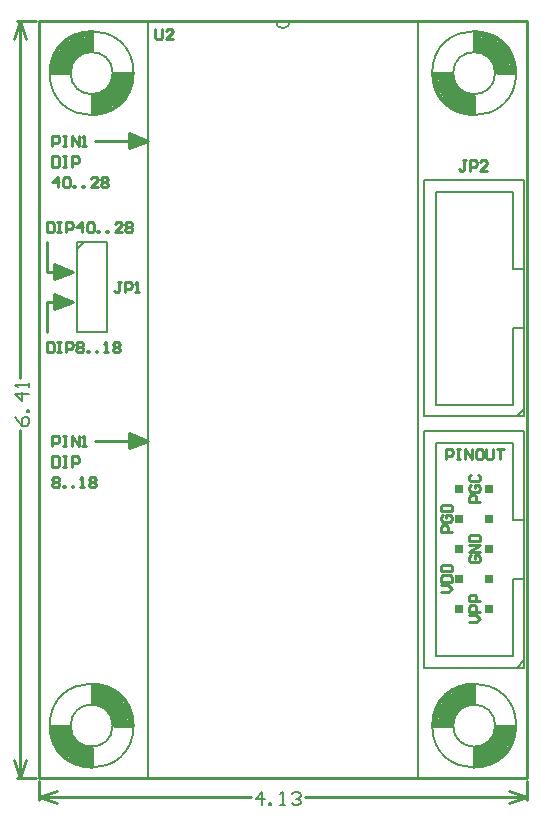
<source format=gto>
%FSLAX25Y25*%
%MOIN*%
G70*
G01*
G75*
G04 Layer_Color=65535*
%ADD10C,0.01000*%
%ADD11R,0.05000X0.07000*%
%ADD12C,0.01500*%
%ADD13C,0.03000*%
%ADD14C,0.02000*%
%ADD15O,0.08500X0.06500*%
%ADD16O,0.09500X0.07000*%
%ADD17C,0.30000*%
%ADD18C,0.07500*%
%ADD19C,0.06500*%
%ADD20C,0.00787*%
%ADD21C,0.00600*%
%ADD22R,0.02500X0.02500*%
D10*
X136500Y428750D02*
X142750D01*
X136500Y176250D02*
X142750D01*
X137500Y309623D02*
Y428750D01*
Y176250D02*
Y292177D01*
X135500Y422750D02*
X137500Y428750D01*
X139500Y422750D01*
X137500Y176250D02*
X139500Y182250D01*
X135500D02*
X137500Y176250D01*
X143750Y169000D02*
Y175250D01*
X306250Y169000D02*
Y175250D01*
X143750Y170000D02*
X214302D01*
X232498D02*
X306250D01*
X143750D02*
X149750Y168000D01*
X143750Y170000D02*
X149750Y172000D01*
X300250D02*
X306250Y170000D01*
X300250Y168000D02*
X306250Y170000D01*
X146250Y325000D02*
Y335000D01*
Y345000D02*
Y355000D01*
Y335000D02*
X155000D01*
X148750Y332500D02*
X155000Y335000D01*
X148750Y337500D02*
X155000Y335000D01*
X148750Y332500D02*
Y337500D01*
X149375Y333125D02*
Y336875D01*
X150000Y333750D02*
Y336250D01*
X150625Y333750D02*
Y336250D01*
X151250Y333750D02*
Y336250D01*
X151875Y334375D02*
Y335625D01*
X152500Y334375D02*
Y335625D01*
X146250Y345000D02*
X155000D01*
X148750Y342500D02*
X155000Y345000D01*
X148750Y347500D02*
X155000Y345000D01*
X148750Y342500D02*
Y347500D01*
X149375Y343125D02*
Y346875D01*
X150000Y343750D02*
Y346250D01*
X150625Y343750D02*
Y346250D01*
X151250Y343750D02*
Y346250D01*
X151875Y344375D02*
Y345625D01*
X152500Y344375D02*
Y345625D01*
X162500Y288750D02*
X180000D01*
X173750Y286250D02*
X180000Y288750D01*
X173750Y291250D02*
X180000Y288750D01*
X173750Y286250D02*
Y291250D01*
X174375Y286875D02*
Y290625D01*
X175000Y287500D02*
Y290000D01*
X175625Y287500D02*
Y290000D01*
X176250Y287500D02*
Y290000D01*
X176875Y288125D02*
Y289375D01*
X177500Y288125D02*
Y289375D01*
Y388125D02*
Y389375D01*
X176875Y388125D02*
Y389375D01*
X176250Y387500D02*
Y390000D01*
X175625Y387500D02*
Y390000D01*
X175000Y387500D02*
Y390000D01*
X174375Y386875D02*
Y390625D01*
X173750Y386250D02*
Y391250D01*
X180000Y388750D01*
X173750Y386250D02*
X180000Y388750D01*
X162500D02*
X180000D01*
X275000Y193750D02*
X281250D01*
X288750Y180000D02*
Y186250D01*
X296250Y193750D02*
X302500D01*
X288750Y201250D02*
Y207500D01*
X275000Y411250D02*
X281250D01*
X288750Y418750D02*
Y425000D01*
X296250Y411250D02*
X302500D01*
X288750Y397500D02*
Y403750D01*
X168750Y193750D02*
X175000D01*
X161250Y180000D02*
Y186250D01*
X147500Y193750D02*
X153750D01*
X161250Y201250D02*
Y207500D01*
Y397500D02*
Y403750D01*
X147500Y411250D02*
X153750D01*
X161250Y418750D02*
Y425000D01*
X168750Y411250D02*
X175000D01*
X143750Y176250D02*
X306250D01*
X143750D02*
Y428750D01*
X306250D01*
Y176250D02*
Y428750D01*
X286083Y382249D02*
X284916D01*
X285499D01*
Y379333D01*
X284916Y378750D01*
X284333D01*
X283750Y379333D01*
X287249Y378750D02*
Y382249D01*
X288998D01*
X289581Y381666D01*
Y380499D01*
X288998Y379916D01*
X287249D01*
X293080Y378750D02*
X290748D01*
X293080Y381083D01*
Y381666D01*
X292497Y382249D01*
X291331D01*
X290748Y381666D01*
X182500Y425999D02*
Y423083D01*
X183083Y422500D01*
X184249D01*
X184833Y423083D01*
Y425999D01*
X188331Y422500D02*
X185999D01*
X188331Y424833D01*
Y425416D01*
X187748Y425999D01*
X186582D01*
X185999Y425416D01*
X171083Y341624D02*
X169916D01*
X170499D01*
Y338708D01*
X169916Y338125D01*
X169333D01*
X168750Y338708D01*
X172249Y338125D02*
Y341624D01*
X173998D01*
X174581Y341041D01*
Y339874D01*
X173998Y339291D01*
X172249D01*
X175748Y338125D02*
X176914D01*
X176331D01*
Y341624D01*
X175748Y341041D01*
X146250Y321624D02*
Y318125D01*
X147999D01*
X148583Y318708D01*
Y321041D01*
X147999Y321624D01*
X146250D01*
X149749D02*
X150915D01*
X150332D01*
Y318125D01*
X149749D01*
X150915D01*
X152665D02*
Y321624D01*
X154414D01*
X154997Y321041D01*
Y319874D01*
X154414Y319291D01*
X152665D01*
X156164Y321041D02*
X156747Y321624D01*
X157913D01*
X158496Y321041D01*
Y320458D01*
X157913Y319874D01*
X158496Y319291D01*
Y318708D01*
X157913Y318125D01*
X156747D01*
X156164Y318708D01*
Y319291D01*
X156747Y319874D01*
X156164Y320458D01*
Y321041D01*
X156747Y319874D02*
X157913D01*
X159662Y318125D02*
Y318708D01*
X160246D01*
Y318125D01*
X159662D01*
X162578D02*
Y318708D01*
X163161D01*
Y318125D01*
X162578D01*
X165494D02*
X166660D01*
X166077D01*
Y321624D01*
X165494Y321041D01*
X168410D02*
X168993Y321624D01*
X170159D01*
X170742Y321041D01*
Y320458D01*
X170159Y319874D01*
X170742Y319291D01*
Y318708D01*
X170159Y318125D01*
X168993D01*
X168410Y318708D01*
Y319291D01*
X168993Y319874D01*
X168410Y320458D01*
Y321041D01*
X168993Y319874D02*
X170159D01*
X146250Y361624D02*
Y358125D01*
X147999D01*
X148583Y358708D01*
Y361041D01*
X147999Y361624D01*
X146250D01*
X149749D02*
X150915D01*
X150332D01*
Y358125D01*
X149749D01*
X150915D01*
X152665D02*
Y361624D01*
X154414D01*
X154997Y361041D01*
Y359874D01*
X154414Y359291D01*
X152665D01*
X157913Y358125D02*
Y361624D01*
X156164Y359874D01*
X158496D01*
X159662Y361041D02*
X160246Y361624D01*
X161412D01*
X161995Y361041D01*
Y358708D01*
X161412Y358125D01*
X160246D01*
X159662Y358708D01*
Y361041D01*
X163161Y358125D02*
Y358708D01*
X163744D01*
Y358125D01*
X163161D01*
X166077D02*
Y358708D01*
X166660D01*
Y358125D01*
X166077D01*
X171325D02*
X168993D01*
X171325Y360458D01*
Y361041D01*
X170742Y361624D01*
X169576D01*
X168993Y361041D01*
X172492D02*
X173075Y361624D01*
X174241D01*
X174824Y361041D01*
Y360458D01*
X174241Y359874D01*
X174824Y359291D01*
Y358708D01*
X174241Y358125D01*
X173075D01*
X172492Y358708D01*
Y359291D01*
X173075Y359874D01*
X172492Y360458D01*
Y361041D01*
X173075Y359874D02*
X174241D01*
X148125Y283499D02*
Y280000D01*
X149874D01*
X150458Y280583D01*
Y282916D01*
X149874Y283499D01*
X148125D01*
X151624D02*
X152790D01*
X152207D01*
Y280000D01*
X151624D01*
X152790D01*
X154540D02*
Y283499D01*
X156289D01*
X156872Y282916D01*
Y281749D01*
X156289Y281166D01*
X154540D01*
X148125Y276041D02*
X148708Y276624D01*
X149874D01*
X150458Y276041D01*
Y275458D01*
X149874Y274874D01*
X150458Y274291D01*
Y273708D01*
X149874Y273125D01*
X148708D01*
X148125Y273708D01*
Y274291D01*
X148708Y274874D01*
X148125Y275458D01*
Y276041D01*
X148708Y274874D02*
X149874D01*
X151624Y273125D02*
Y273708D01*
X152207D01*
Y273125D01*
X151624D01*
X154540D02*
Y273708D01*
X155123D01*
Y273125D01*
X154540D01*
X157455D02*
X158622D01*
X158038D01*
Y276624D01*
X157455Y276041D01*
X160371D02*
X160954Y276624D01*
X162120D01*
X162704Y276041D01*
Y275458D01*
X162120Y274874D01*
X162704Y274291D01*
Y273708D01*
X162120Y273125D01*
X160954D01*
X160371Y273708D01*
Y274291D01*
X160954Y274874D01*
X160371Y275458D01*
Y276041D01*
X160954Y274874D02*
X162120D01*
X149874Y373125D02*
Y376624D01*
X148125Y374874D01*
X150458D01*
X151624Y376041D02*
X152207Y376624D01*
X153373D01*
X153956Y376041D01*
Y373708D01*
X153373Y373125D01*
X152207D01*
X151624Y373708D01*
Y376041D01*
X155123Y373125D02*
Y373708D01*
X155706D01*
Y373125D01*
X155123D01*
X158038D02*
Y373708D01*
X158622D01*
Y373125D01*
X158038D01*
X163287D02*
X160954D01*
X163287Y375458D01*
Y376041D01*
X162704Y376624D01*
X161537D01*
X160954Y376041D01*
X164453D02*
X165036Y376624D01*
X166202D01*
X166786Y376041D01*
Y375458D01*
X166202Y374874D01*
X166786Y374291D01*
Y373708D01*
X166202Y373125D01*
X165036D01*
X164453Y373708D01*
Y374291D01*
X165036Y374874D01*
X164453Y375458D01*
Y376041D01*
X165036Y374874D02*
X166202D01*
X148125Y286875D02*
Y290374D01*
X149874D01*
X150458Y289791D01*
Y288624D01*
X149874Y288041D01*
X148125D01*
X151624Y290374D02*
X152790D01*
X152207D01*
Y286875D01*
X151624D01*
X152790D01*
X154540D02*
Y290374D01*
X156872Y286875D01*
Y290374D01*
X158038Y286875D02*
X159205D01*
X158622D01*
Y290374D01*
X158038Y289791D01*
X148125Y383499D02*
Y380000D01*
X149874D01*
X150458Y380583D01*
Y382916D01*
X149874Y383499D01*
X148125D01*
X151624D02*
X152790D01*
X152207D01*
Y380000D01*
X151624D01*
X152790D01*
X154540D02*
Y383499D01*
X156289D01*
X156872Y382916D01*
Y381749D01*
X156289Y381166D01*
X154540D01*
X148125Y386875D02*
Y390374D01*
X149874D01*
X150458Y389791D01*
Y388624D01*
X149874Y388041D01*
X148125D01*
X151624Y390374D02*
X152790D01*
X152207D01*
Y386875D01*
X151624D01*
X152790D01*
X154540D02*
Y390374D01*
X156872Y386875D01*
Y390374D01*
X158038Y386875D02*
X159205D01*
X158622D01*
Y390374D01*
X158038Y389791D01*
X279375Y282500D02*
Y285999D01*
X281124D01*
X281708Y285416D01*
Y284249D01*
X281124Y283666D01*
X279375D01*
X282874Y285999D02*
X284040D01*
X283457D01*
Y282500D01*
X282874D01*
X284040D01*
X285790D02*
Y285999D01*
X288122Y282500D01*
Y285999D01*
X291038D02*
X289872D01*
X289288Y285416D01*
Y283083D01*
X289872Y282500D01*
X291038D01*
X291621Y283083D01*
Y285416D01*
X291038Y285999D01*
X292787D02*
Y283083D01*
X293371Y282500D01*
X294537D01*
X295120Y283083D01*
Y285999D01*
X296286D02*
X298619D01*
X297452D01*
Y282500D01*
X287126Y228125D02*
X289459D01*
X290625Y229291D01*
X289459Y230458D01*
X287126D01*
X290625Y231624D02*
X287126D01*
Y233373D01*
X287709Y233956D01*
X288876D01*
X289459Y233373D01*
Y231624D01*
X290625Y235123D02*
X287126D01*
Y236872D01*
X287709Y237455D01*
X288876D01*
X289459Y236872D01*
Y235123D01*
X277751Y238125D02*
X280084D01*
X281250Y239291D01*
X280084Y240458D01*
X277751D01*
Y241624D02*
X281250D01*
Y243373D01*
X280667Y243956D01*
X278334D01*
X277751Y243373D01*
Y241624D01*
Y245123D02*
X281250D01*
Y246872D01*
X280667Y247455D01*
X278334D01*
X277751Y246872D01*
Y245123D01*
X287709Y250458D02*
X287126Y249874D01*
Y248708D01*
X287709Y248125D01*
X290042D01*
X290625Y248708D01*
Y249874D01*
X290042Y250458D01*
X288876D01*
Y249291D01*
X290625Y251624D02*
X287126D01*
X290625Y253956D01*
X287126D01*
Y255123D02*
X290625D01*
Y256872D01*
X290042Y257455D01*
X287709D01*
X287126Y256872D01*
Y255123D01*
X281250Y258125D02*
X277751D01*
Y259874D01*
X278334Y260458D01*
X279501D01*
X280084Y259874D01*
Y258125D01*
X278334Y263956D02*
X277751Y263373D01*
Y262207D01*
X278334Y261624D01*
X280667D01*
X281250Y262207D01*
Y263373D01*
X280667Y263956D01*
X279501D01*
Y262790D01*
X277751Y265123D02*
X281250D01*
Y266872D01*
X280667Y267455D01*
X278334D01*
X277751Y266872D01*
Y265123D01*
X290625Y268125D02*
X287126D01*
Y269874D01*
X287709Y270458D01*
X288876D01*
X289459Y269874D01*
Y268125D01*
X287709Y273956D02*
X287126Y273373D01*
Y272207D01*
X287709Y271624D01*
X290042D01*
X290625Y272207D01*
Y273373D01*
X290042Y273956D01*
X288876D01*
Y272790D01*
X287709Y277455D02*
X287126Y276872D01*
Y275706D01*
X287709Y275123D01*
X290042D01*
X290625Y275706D01*
Y276872D01*
X290042Y277455D01*
D20*
X222500Y428750D02*
G03*
X227500Y428750I2500J0D01*
G01*
X288750Y186250D02*
G03*
X296250Y193750I0J7500D01*
G01*
X302750D02*
G03*
X302750Y193750I-14000J0D01*
G01*
X288750Y185750D02*
G03*
X296750Y193750I0J8000D01*
G01*
X288750Y184750D02*
G03*
X297750Y193750I0J9000D01*
G01*
X288750Y185250D02*
G03*
X297250Y193750I0J8500D01*
G01*
X288750Y184250D02*
G03*
X298250Y193750I0J9500D01*
G01*
X288750Y183750D02*
G03*
X298750Y193750I0J10000D01*
G01*
X288750Y183250D02*
G03*
X299250Y193750I0J10500D01*
G01*
X288750Y182750D02*
G03*
X299750Y193750I0J11000D01*
G01*
X288750Y182250D02*
G03*
X300250Y193750I0J11500D01*
G01*
X288750Y181750D02*
G03*
X300750Y193750I0J12000D01*
G01*
X288750Y181250D02*
G03*
X301250Y193750I0J12500D01*
G01*
X288750Y180750D02*
G03*
X301750Y193750I0J13000D01*
G01*
X288750Y180250D02*
G03*
X302250Y193750I0J13500D01*
G01*
X288750Y179750D02*
G03*
X302750Y193750I0J14000D01*
G01*
X295750D02*
G03*
X295750Y193750I-7000J0D01*
G01*
X288750Y201250D02*
G03*
X281250Y193750I0J-7500D01*
G01*
X288750Y201750D02*
G03*
X280750Y193750I0J-8000D01*
G01*
X288750Y202750D02*
G03*
X279750Y193750I0J-9000D01*
G01*
X288750Y202250D02*
G03*
X280250Y193750I0J-8500D01*
G01*
X288750Y203250D02*
G03*
X279250Y193750I0J-9500D01*
G01*
X288750Y203750D02*
G03*
X278750Y193750I0J-10000D01*
G01*
X288750Y204250D02*
G03*
X278250Y193750I0J-10500D01*
G01*
X288750Y204750D02*
G03*
X277750Y193750I0J-11000D01*
G01*
X288750Y205250D02*
G03*
X277250Y193750I0J-11500D01*
G01*
X288750Y205750D02*
G03*
X276750Y193750I0J-12000D01*
G01*
X288750Y206250D02*
G03*
X276250Y193750I0J-12500D01*
G01*
X288750Y206750D02*
G03*
X275750Y193750I0J-13000D01*
G01*
X288750Y207250D02*
G03*
X275250Y193750I0J-13500D01*
G01*
X288750Y207750D02*
G03*
X274750Y193750I0J-14000D01*
G01*
Y411250D02*
G03*
X288750Y397250I14000J0D01*
G01*
X275250Y411250D02*
G03*
X288750Y397750I13500J0D01*
G01*
X275750Y411250D02*
G03*
X288750Y398250I13000J0D01*
G01*
X276250Y411250D02*
G03*
X288750Y398750I12500J0D01*
G01*
X276750Y411250D02*
G03*
X288750Y399250I12000J0D01*
G01*
X277250Y411250D02*
G03*
X288750Y399750I11500J0D01*
G01*
X277750Y411250D02*
G03*
X288750Y400250I11000J0D01*
G01*
X278250Y411250D02*
G03*
X288750Y400750I10500J0D01*
G01*
X278750Y411250D02*
G03*
X288750Y401250I10000J0D01*
G01*
X279250Y411250D02*
G03*
X288750Y401750I9500J0D01*
G01*
X280250Y411250D02*
G03*
X288750Y402750I8500J0D01*
G01*
X279750Y411250D02*
G03*
X288750Y402250I9000J0D01*
G01*
X280750Y411250D02*
G03*
X288750Y403250I8000J0D01*
G01*
X281250Y411250D02*
G03*
X288750Y403750I7500J0D01*
G01*
X295750Y411250D02*
G03*
X295750Y411250I-7000J0D01*
G01*
X302750D02*
G03*
X288750Y425250I-14000J0D01*
G01*
X302250Y411250D02*
G03*
X288750Y424750I-13500J0D01*
G01*
X301750Y411250D02*
G03*
X288750Y424250I-13000J0D01*
G01*
X301250Y411250D02*
G03*
X288750Y423750I-12500J0D01*
G01*
X300750Y411250D02*
G03*
X288750Y423250I-12000J0D01*
G01*
X300250Y411250D02*
G03*
X288750Y422750I-11500J0D01*
G01*
X299750Y411250D02*
G03*
X288750Y422250I-11000J0D01*
G01*
X299250Y411250D02*
G03*
X288750Y421750I-10500J0D01*
G01*
X298750Y411250D02*
G03*
X288750Y421250I-10000J0D01*
G01*
X298250Y411250D02*
G03*
X288750Y420750I-9500J0D01*
G01*
X297250Y411250D02*
G03*
X288750Y419750I-8500J0D01*
G01*
X297750Y411250D02*
G03*
X288750Y420250I-9000J0D01*
G01*
X296750Y411250D02*
G03*
X288750Y419250I-8000J0D01*
G01*
X302750Y411250D02*
G03*
X302750Y411250I-14000J0D01*
G01*
X296250D02*
G03*
X288750Y418750I-7500J0D01*
G01*
X175250Y193750D02*
G03*
X161250Y207750I-14000J0D01*
G01*
X174750Y193750D02*
G03*
X161250Y207250I-13500J0D01*
G01*
X174250Y193750D02*
G03*
X161250Y206750I-13000J0D01*
G01*
X173750Y193750D02*
G03*
X161250Y206250I-12500J0D01*
G01*
X173250Y193750D02*
G03*
X161250Y205750I-12000J0D01*
G01*
X172750Y193750D02*
G03*
X161250Y205250I-11500J0D01*
G01*
X172250Y193750D02*
G03*
X161250Y204750I-11000J0D01*
G01*
X171750Y193750D02*
G03*
X161250Y204250I-10500J0D01*
G01*
X171250Y193750D02*
G03*
X161250Y203750I-10000J0D01*
G01*
X170750Y193750D02*
G03*
X161250Y203250I-9500J0D01*
G01*
X169750Y193750D02*
G03*
X161250Y202250I-8500J0D01*
G01*
X170250Y193750D02*
G03*
X161250Y202750I-9000J0D01*
G01*
X169250Y193750D02*
G03*
X161250Y201750I-8000J0D01*
G01*
X168750Y193750D02*
G03*
X161250Y201250I-7500J0D01*
G01*
X168250Y193750D02*
G03*
X168250Y193750I-7000J0D01*
G01*
X147250D02*
G03*
X161250Y179750I14000J0D01*
G01*
X147750Y193750D02*
G03*
X161250Y180250I13500J0D01*
G01*
X148250Y193750D02*
G03*
X161250Y180750I13000J0D01*
G01*
X148750Y193750D02*
G03*
X161250Y181250I12500J0D01*
G01*
X149250Y193750D02*
G03*
X161250Y181750I12000J0D01*
G01*
X149750Y193750D02*
G03*
X161250Y182250I11500J0D01*
G01*
X150250Y193750D02*
G03*
X161250Y182750I11000J0D01*
G01*
X150750Y193750D02*
G03*
X161250Y183250I10500J0D01*
G01*
X151250Y193750D02*
G03*
X161250Y183750I10000J0D01*
G01*
X151750Y193750D02*
G03*
X161250Y184250I9500J0D01*
G01*
X152750Y193750D02*
G03*
X161250Y185250I8500J0D01*
G01*
X152250Y193750D02*
G03*
X161250Y184750I9000J0D01*
G01*
X153250Y193750D02*
G03*
X161250Y185750I8000J0D01*
G01*
X175250Y193750D02*
G03*
X175250Y193750I-14000J0D01*
G01*
X153750D02*
G03*
X161250Y186250I7500J0D01*
G01*
Y397250D02*
G03*
X175250Y411250I0J14000D01*
G01*
X161250Y397750D02*
G03*
X174750Y411250I0J13500D01*
G01*
X161250Y398250D02*
G03*
X174250Y411250I0J13000D01*
G01*
X161250Y398750D02*
G03*
X173750Y411250I0J12500D01*
G01*
X161250Y399250D02*
G03*
X173250Y411250I0J12000D01*
G01*
X161250Y399750D02*
G03*
X172750Y411250I0J11500D01*
G01*
X161250Y400250D02*
G03*
X172250Y411250I0J11000D01*
G01*
X161250Y400750D02*
G03*
X171750Y411250I0J10500D01*
G01*
X161250Y401250D02*
G03*
X171250Y411250I0J10000D01*
G01*
X161250Y401750D02*
G03*
X170750Y411250I0J9500D01*
G01*
X161250Y402750D02*
G03*
X169750Y411250I0J8500D01*
G01*
X161250Y402250D02*
G03*
X170250Y411250I0J9000D01*
G01*
X161250Y403250D02*
G03*
X169250Y411250I0J8000D01*
G01*
X161250Y403750D02*
G03*
X168750Y411250I0J7500D01*
G01*
X168250D02*
G03*
X168250Y411250I-7000J0D01*
G01*
X161250Y425250D02*
G03*
X147250Y411250I0J-14000D01*
G01*
X161250Y424750D02*
G03*
X147750Y411250I0J-13500D01*
G01*
X161250Y424250D02*
G03*
X148250Y411250I0J-13000D01*
G01*
X161250Y423750D02*
G03*
X148750Y411250I0J-12500D01*
G01*
X161250Y423250D02*
G03*
X149250Y411250I0J-12000D01*
G01*
X161250Y422750D02*
G03*
X149750Y411250I0J-11500D01*
G01*
X161250Y422250D02*
G03*
X150250Y411250I0J-11000D01*
G01*
X161250Y421750D02*
G03*
X150750Y411250I0J-10500D01*
G01*
X161250Y421250D02*
G03*
X151250Y411250I0J-10000D01*
G01*
X161250Y420750D02*
G03*
X151750Y411250I0J-9500D01*
G01*
X161250Y419750D02*
G03*
X152750Y411250I0J-8500D01*
G01*
X161250Y420250D02*
G03*
X152250Y411250I0J-9000D01*
G01*
X161250Y419250D02*
G03*
X153250Y411250I0J-8000D01*
G01*
X175250D02*
G03*
X175250Y411250I-14000J0D01*
G01*
X161250Y418750D02*
G03*
X153750Y411250I0J-7500D01*
G01*
X180000Y176250D02*
X270000D01*
X180000D02*
Y428750D01*
X270000Y176250D02*
Y428750D01*
X227500D02*
X270000D01*
X180000D02*
X222500D01*
X156250Y325000D02*
Y355000D01*
Y325000D02*
X166250D01*
Y355000D01*
X156250D02*
X166250D01*
X156250Y352500D02*
X158750Y355000D01*
X301550Y217000D02*
Y242700D01*
X275950Y217000D02*
X301550D01*
X275950D02*
Y288000D01*
X301550D01*
Y262300D02*
Y288000D01*
X302950Y213100D02*
X305450Y215600D01*
Y213100D02*
Y291900D01*
X272050Y213100D02*
Y291900D01*
Y213100D02*
X305450D01*
X272050Y291900D02*
X305450D01*
X301550Y242700D02*
X305450D01*
X301550Y262300D02*
X305450D01*
X306250Y176250D02*
Y181250D01*
X301250Y176250D02*
X306250D01*
Y423750D02*
Y428750D01*
X301250D02*
X306250D01*
X143750Y176250D02*
Y181250D01*
Y176250D02*
X148750D01*
X143750Y428750D02*
X148750D01*
X143750Y423750D02*
Y428750D01*
X301550Y300750D02*
Y326450D01*
X275950Y300750D02*
X301550D01*
X275950D02*
Y371750D01*
X301550D01*
Y346050D02*
Y371750D01*
X302950Y296850D02*
X305450Y299350D01*
Y296850D02*
Y375650D01*
X272050Y296850D02*
Y375650D01*
Y296850D02*
X305450D01*
X272050Y375650D02*
X305450D01*
X301550Y326450D02*
X305450D01*
X301550Y346050D02*
X305450D01*
D21*
X135851Y296776D02*
X136600Y295277D01*
X138100Y293777D01*
X139600D01*
X140349Y294527D01*
Y296027D01*
X139600Y296776D01*
X138850D01*
X138100Y296027D01*
Y293777D01*
X140349Y298276D02*
X139600D01*
Y299026D01*
X140349D01*
Y298276D01*
Y304274D02*
X135851D01*
X138100Y302025D01*
Y305024D01*
X140349Y306523D02*
Y308023D01*
Y307273D01*
X135851D01*
X136600Y306523D01*
X218152Y167151D02*
Y171649D01*
X215902Y169400D01*
X218901D01*
X220401Y167151D02*
Y167901D01*
X221151D01*
Y167151D01*
X220401D01*
X224150D02*
X225649D01*
X224900D01*
Y171649D01*
X224150Y170899D01*
X227899D02*
X228648Y171649D01*
X230148D01*
X230898Y170899D01*
Y170150D01*
X230148Y169400D01*
X229398D01*
X230148D01*
X230898Y168650D01*
Y167901D01*
X230148Y167151D01*
X228648D01*
X227899Y167901D01*
D22*
X293750Y232500D02*
D03*
X283750D02*
D03*
X293750Y242500D02*
D03*
X283750D02*
D03*
X293750Y252500D02*
D03*
X283750D02*
D03*
X293750Y262500D02*
D03*
X283750D02*
D03*
Y272500D02*
D03*
X293750D02*
D03*
M02*

</source>
